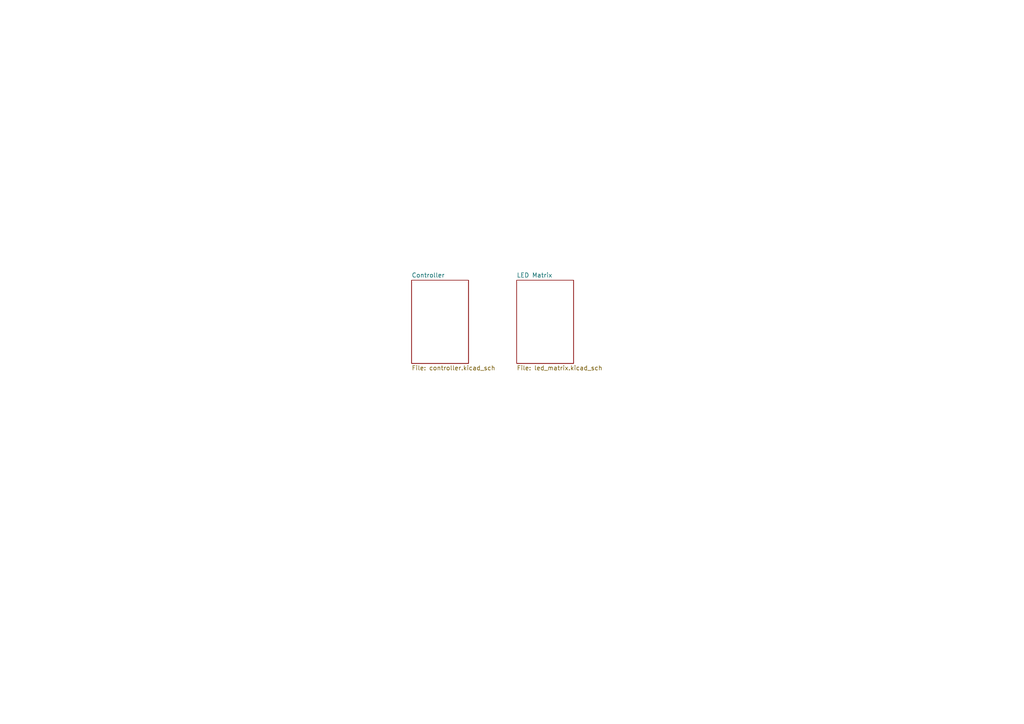
<source format=kicad_sch>
(kicad_sch (version 20211123) (generator eeschema)
  (paper "A4")
  (lib_symbols)
  (sheet (at 119.38 81.28) (size 16.51 24.13) (stroke (width 0.1524))
    (property "Sheet name" "Controller" (at 119.38 80.5684 0) (effects (justify left bottom)))
    (property "Sheet file" "controller.kicad_sch" (at 119.38 105.9946 0) (effects (justify left top)))
  )
  (sheet (at 149.86 81.28) (size 16.51 24.13) (stroke (width 0.1524))
    (property "Sheet name" "LED Matrix" (at 149.86 80.5684 0) (effects (justify left bottom)))
    (property "Sheet file" "led_matrix.kicad_sch" (at 149.86 105.9946 0) (effects (justify left top)))
  )
)
</source>
